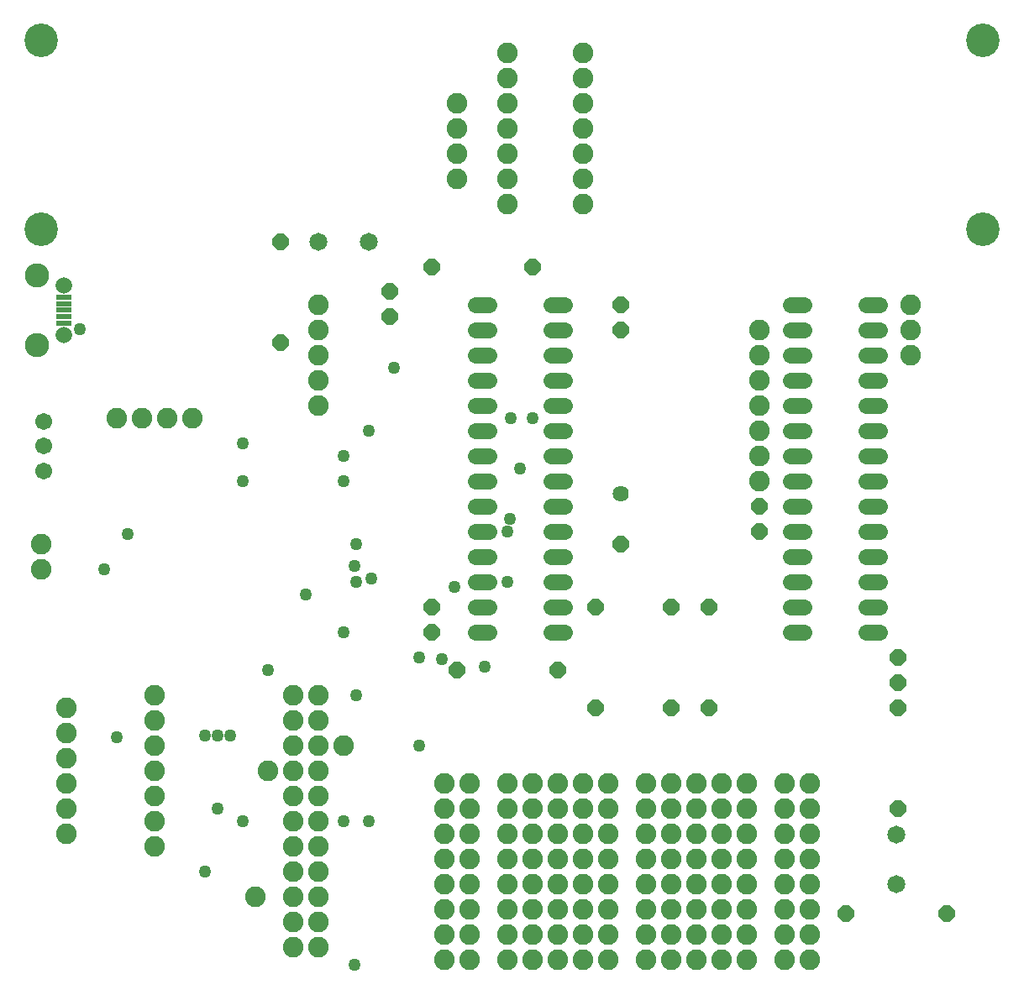
<source format=gts>
G75*
%MOIN*%
%OFA0B0*%
%FSLAX25Y25*%
%IPPOS*%
%LPD*%
%AMOC8*
5,1,8,0,0,1.08239X$1,22.5*
%
%ADD10C,0.13300*%
%ADD11C,0.06400*%
%ADD12R,0.06115X0.02375*%
%ADD13C,0.06546*%
%ADD14C,0.09658*%
%ADD15C,0.08200*%
%ADD16C,0.06743*%
%ADD17OC8,0.06400*%
%ADD18C,0.07137*%
%ADD19C,0.06400*%
%ADD20C,0.04965*%
D10*
X0101250Y0306800D03*
X0101250Y0381800D03*
X0474950Y0381800D03*
X0474950Y0306800D03*
D11*
X0434050Y0276800D02*
X0428450Y0276800D01*
X0428450Y0266800D02*
X0434050Y0266800D01*
X0434050Y0256800D02*
X0428450Y0256800D01*
X0428450Y0246800D02*
X0434050Y0246800D01*
X0434050Y0236800D02*
X0428450Y0236800D01*
X0428450Y0226800D02*
X0434050Y0226800D01*
X0434050Y0216800D02*
X0428450Y0216800D01*
X0428450Y0206800D02*
X0434050Y0206800D01*
X0434050Y0196800D02*
X0428450Y0196800D01*
X0428450Y0186800D02*
X0434050Y0186800D01*
X0434050Y0176800D02*
X0428450Y0176800D01*
X0428450Y0166800D02*
X0434050Y0166800D01*
X0434050Y0156800D02*
X0428450Y0156800D01*
X0428450Y0146800D02*
X0434050Y0146800D01*
X0404050Y0146800D02*
X0398450Y0146800D01*
X0398450Y0156800D02*
X0404050Y0156800D01*
X0404050Y0166800D02*
X0398450Y0166800D01*
X0398450Y0176800D02*
X0404050Y0176800D01*
X0404050Y0186800D02*
X0398450Y0186800D01*
X0398450Y0196800D02*
X0404050Y0196800D01*
X0404050Y0206800D02*
X0398450Y0206800D01*
X0398450Y0216800D02*
X0404050Y0216800D01*
X0404050Y0226800D02*
X0398450Y0226800D01*
X0398450Y0236800D02*
X0404050Y0236800D01*
X0404050Y0246800D02*
X0398450Y0246800D01*
X0398450Y0256800D02*
X0404050Y0256800D01*
X0404050Y0266800D02*
X0398450Y0266800D01*
X0398450Y0276800D02*
X0404050Y0276800D01*
X0309050Y0276800D02*
X0303450Y0276800D01*
X0303450Y0266800D02*
X0309050Y0266800D01*
X0309050Y0256800D02*
X0303450Y0256800D01*
X0303450Y0246800D02*
X0309050Y0246800D01*
X0309050Y0236800D02*
X0303450Y0236800D01*
X0303450Y0226800D02*
X0309050Y0226800D01*
X0309050Y0216800D02*
X0303450Y0216800D01*
X0303450Y0206800D02*
X0309050Y0206800D01*
X0309050Y0196800D02*
X0303450Y0196800D01*
X0303450Y0186800D02*
X0309050Y0186800D01*
X0309050Y0176800D02*
X0303450Y0176800D01*
X0303450Y0166800D02*
X0309050Y0166800D01*
X0309050Y0156800D02*
X0303450Y0156800D01*
X0303450Y0146800D02*
X0309050Y0146800D01*
X0279050Y0146800D02*
X0273450Y0146800D01*
X0273450Y0156800D02*
X0279050Y0156800D01*
X0279050Y0166800D02*
X0273450Y0166800D01*
X0273450Y0176800D02*
X0279050Y0176800D01*
X0279050Y0186800D02*
X0273450Y0186800D01*
X0273450Y0196800D02*
X0279050Y0196800D01*
X0279050Y0206800D02*
X0273450Y0206800D01*
X0273450Y0216800D02*
X0279050Y0216800D01*
X0279050Y0226800D02*
X0273450Y0226800D01*
X0273450Y0236800D02*
X0279050Y0236800D01*
X0279050Y0246800D02*
X0273450Y0246800D01*
X0273450Y0256800D02*
X0279050Y0256800D01*
X0279050Y0266800D02*
X0273450Y0266800D01*
X0273450Y0276800D02*
X0279050Y0276800D01*
D12*
X0110380Y0277359D03*
X0110380Y0274800D03*
X0110380Y0272241D03*
X0110380Y0269682D03*
X0110380Y0279918D03*
D13*
X0110380Y0284643D03*
X0110380Y0264957D03*
D14*
X0099750Y0261020D03*
X0099750Y0288580D03*
D15*
X0111250Y0066800D03*
X0111250Y0076800D03*
X0111250Y0086800D03*
X0111250Y0096800D03*
X0111250Y0106800D03*
X0111250Y0116800D03*
X0146250Y0111800D03*
X0146250Y0121800D03*
X0146250Y0101800D03*
X0146250Y0091800D03*
X0146250Y0081800D03*
X0146250Y0071800D03*
X0146250Y0061800D03*
X0186250Y0041800D03*
X0201250Y0041800D03*
X0201250Y0051800D03*
X0211250Y0051800D03*
X0211250Y0041800D03*
X0211250Y0031800D03*
X0211250Y0021800D03*
X0201250Y0021800D03*
X0201250Y0031800D03*
X0201250Y0061800D03*
X0211250Y0061800D03*
X0211250Y0071800D03*
X0211250Y0081800D03*
X0201250Y0081800D03*
X0201250Y0071800D03*
X0201250Y0091800D03*
X0201250Y0101800D03*
X0211250Y0101800D03*
X0211250Y0091800D03*
X0221250Y0101800D03*
X0211250Y0111800D03*
X0211250Y0121800D03*
X0201250Y0121800D03*
X0201250Y0111800D03*
X0191250Y0091800D03*
X0261250Y0086800D03*
X0261250Y0076800D03*
X0271250Y0076800D03*
X0271250Y0086800D03*
X0286250Y0086800D03*
X0286250Y0076800D03*
X0296250Y0076800D03*
X0296250Y0086800D03*
X0306250Y0086800D03*
X0306250Y0076800D03*
X0316250Y0076800D03*
X0316250Y0086800D03*
X0326250Y0086800D03*
X0326250Y0076800D03*
X0326250Y0066800D03*
X0326250Y0056800D03*
X0316250Y0056800D03*
X0316250Y0066800D03*
X0306250Y0066800D03*
X0306250Y0056800D03*
X0296250Y0056800D03*
X0296250Y0066800D03*
X0286250Y0066800D03*
X0286250Y0056800D03*
X0286250Y0046800D03*
X0286250Y0036800D03*
X0296250Y0036800D03*
X0296250Y0046800D03*
X0306250Y0046800D03*
X0306250Y0036800D03*
X0316250Y0036800D03*
X0316250Y0046800D03*
X0326250Y0046800D03*
X0326250Y0036800D03*
X0326250Y0026800D03*
X0326250Y0016800D03*
X0316250Y0016800D03*
X0316250Y0026800D03*
X0306250Y0026800D03*
X0306250Y0016800D03*
X0296250Y0016800D03*
X0296250Y0026800D03*
X0286250Y0026800D03*
X0286250Y0016800D03*
X0271250Y0016800D03*
X0271250Y0026800D03*
X0261250Y0026800D03*
X0261250Y0016800D03*
X0261250Y0036800D03*
X0261250Y0046800D03*
X0271250Y0046800D03*
X0271250Y0036800D03*
X0271250Y0056800D03*
X0271250Y0066800D03*
X0261250Y0066800D03*
X0261250Y0056800D03*
X0341250Y0056800D03*
X0341250Y0066800D03*
X0351250Y0066800D03*
X0351250Y0056800D03*
X0351250Y0046800D03*
X0351250Y0036800D03*
X0341250Y0036800D03*
X0341250Y0046800D03*
X0341250Y0026800D03*
X0341250Y0016800D03*
X0351250Y0016800D03*
X0351250Y0026800D03*
X0361250Y0026800D03*
X0361250Y0016800D03*
X0371250Y0016800D03*
X0371250Y0026800D03*
X0381250Y0026800D03*
X0381250Y0016800D03*
X0396250Y0016800D03*
X0396250Y0026800D03*
X0406250Y0026800D03*
X0406250Y0016800D03*
X0406250Y0036800D03*
X0406250Y0046800D03*
X0396250Y0046800D03*
X0396250Y0036800D03*
X0381250Y0036800D03*
X0381250Y0046800D03*
X0371250Y0046800D03*
X0371250Y0036800D03*
X0361250Y0036800D03*
X0361250Y0046800D03*
X0361250Y0056800D03*
X0361250Y0066800D03*
X0371250Y0066800D03*
X0371250Y0056800D03*
X0381250Y0056800D03*
X0381250Y0066800D03*
X0381250Y0076800D03*
X0381250Y0086800D03*
X0371250Y0086800D03*
X0371250Y0076800D03*
X0361250Y0076800D03*
X0361250Y0086800D03*
X0351250Y0086800D03*
X0351250Y0076800D03*
X0341250Y0076800D03*
X0341250Y0086800D03*
X0396250Y0086800D03*
X0396250Y0076800D03*
X0406250Y0076800D03*
X0406250Y0086800D03*
X0406250Y0066800D03*
X0406250Y0056800D03*
X0396250Y0056800D03*
X0396250Y0066800D03*
X0386250Y0206800D03*
X0386250Y0216800D03*
X0386250Y0226800D03*
X0386250Y0236800D03*
X0386250Y0246800D03*
X0386250Y0256800D03*
X0386250Y0266800D03*
X0446250Y0266800D03*
X0446250Y0256800D03*
X0446250Y0276800D03*
X0316250Y0316800D03*
X0316250Y0326800D03*
X0316250Y0336800D03*
X0316250Y0346800D03*
X0316250Y0356800D03*
X0316250Y0366800D03*
X0316250Y0376800D03*
X0286250Y0376800D03*
X0286250Y0366800D03*
X0286250Y0356800D03*
X0286250Y0346800D03*
X0286250Y0336800D03*
X0286250Y0326800D03*
X0286250Y0316800D03*
X0266250Y0326800D03*
X0266250Y0336800D03*
X0266250Y0346800D03*
X0266250Y0356800D03*
X0211250Y0276800D03*
X0211250Y0266800D03*
X0211250Y0256800D03*
X0211250Y0246800D03*
X0211250Y0236800D03*
X0161250Y0231800D03*
X0151250Y0231800D03*
X0141250Y0231800D03*
X0131250Y0231800D03*
X0101250Y0181800D03*
X0101250Y0171800D03*
D16*
X0102250Y0210957D03*
X0102250Y0220800D03*
X0102250Y0230643D03*
D17*
X0196250Y0261800D03*
X0239750Y0272300D03*
X0239750Y0282300D03*
X0256250Y0291800D03*
X0296250Y0291800D03*
X0331250Y0276800D03*
X0331250Y0266800D03*
X0386250Y0196800D03*
X0386250Y0186800D03*
X0366250Y0156800D03*
X0351250Y0156800D03*
X0321250Y0156800D03*
X0331250Y0181800D03*
X0306250Y0131800D03*
X0321250Y0116800D03*
X0351250Y0116800D03*
X0366250Y0116800D03*
X0441250Y0116800D03*
X0441250Y0126800D03*
X0441250Y0136800D03*
X0441250Y0076800D03*
X0460750Y0035300D03*
X0420750Y0035300D03*
X0266250Y0131800D03*
X0256250Y0146800D03*
X0256250Y0156800D03*
X0196250Y0301800D03*
D18*
X0211407Y0301800D03*
X0231093Y0301800D03*
X0440750Y0066643D03*
X0440750Y0046957D03*
D19*
X0331250Y0201800D03*
D20*
X0291250Y0211800D03*
X0287750Y0231800D03*
X0296250Y0231800D03*
X0287250Y0191800D03*
X0286250Y0186800D03*
X0286250Y0166800D03*
X0265250Y0164800D03*
X0260250Y0136300D03*
X0251250Y0136800D03*
X0277250Y0133300D03*
X0251250Y0101800D03*
X0226250Y0121800D03*
X0221250Y0146800D03*
X0206250Y0161800D03*
X0226250Y0166800D03*
X0232250Y0168300D03*
X0225750Y0173300D03*
X0226250Y0181800D03*
X0221250Y0206800D03*
X0221250Y0216800D03*
X0231250Y0226800D03*
X0241250Y0251800D03*
X0181250Y0221800D03*
X0181250Y0206800D03*
X0135750Y0185800D03*
X0126250Y0171800D03*
X0191250Y0131800D03*
X0176250Y0105800D03*
X0171250Y0105800D03*
X0166250Y0105800D03*
X0171250Y0076800D03*
X0181250Y0071800D03*
X0166250Y0051800D03*
X0221250Y0071800D03*
X0231250Y0071800D03*
X0225750Y0014800D03*
X0131250Y0105300D03*
X0116750Y0267300D03*
M02*

</source>
